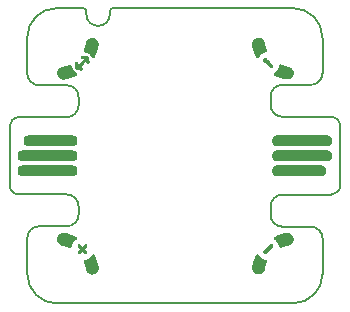
<source format=gto>
%TF.GenerationSoftware,KiCad,Pcbnew,8.0.2-1*%
%TF.CreationDate,2024-12-23T22:17:00+00:00*%
%TF.ProjectId,20x20-jacdac-MH-0.1,32307832-302d-46a6-9163-6461632d4d48,v0.1*%
%TF.SameCoordinates,PX8d24d00PY36d6160*%
%TF.FileFunction,Legend,Top*%
%TF.FilePolarity,Positive*%
%FSLAX46Y46*%
G04 Gerber Fmt 4.6, Leading zero omitted, Abs format (unit mm)*
G04 Created by KiCad (PCBNEW 8.0.2-1) date 2024-12-23 22:17:00*
%MOMM*%
%LPD*%
G01*
G04 APERTURE LIST*
%ADD10C,0.200000*%
%ADD11C,0.000000*%
%ADD12C,0.010000*%
G04 APERTURE END LIST*
D10*
X-7500000Y12250000D02*
X-7500000Y12000000D01*
X-8150000Y4270000D02*
X-8150000Y4970000D01*
X-14000000Y2470001D02*
X-14000000Y-2470000D01*
X9098000Y3300000D02*
G75*
G02*
X8100004Y4300001I-1000J997000D01*
G01*
X-10000000Y-12500000D02*
G75*
G02*
X-12500000Y-10000000I-800J2499200D01*
G01*
X-7750000Y12500000D02*
G75*
G02*
X-7500000Y12250000I800J-249200D01*
G01*
X12500000Y7000000D02*
X12500000Y10000000D01*
X10000000Y12500000D02*
X-5250000Y12500000D01*
X11500000Y-6000000D02*
X9100000Y-6000000D01*
X13200000Y3300000D02*
G75*
G02*
X14000000Y2500000I1100J-798900D01*
G01*
X-9148000Y-5969999D02*
X-11500000Y-5969999D01*
X-13200000Y-3269999D02*
G75*
G02*
X-13999999Y-2470000I-1100J798899D01*
G01*
X-12500000Y-6969999D02*
G75*
G02*
X-11500000Y-5970000I1000400J-401D01*
G01*
X-11500000Y5970000D02*
X-9148000Y5970000D01*
X11500000Y-6000000D02*
G75*
G02*
X12500000Y-7000000I-400J-1000400D01*
G01*
X-7750000Y12500000D02*
X-10000000Y12500000D01*
X-12500000Y10000000D02*
G75*
G02*
X-10000000Y12500000I2499200J800D01*
G01*
X-11500000Y5970000D02*
G75*
G02*
X-12500000Y6970000I400J1000400D01*
G01*
X-5500000Y12000000D02*
X-5500000Y12250000D01*
X-14000000Y2470001D02*
G75*
G02*
X-13200000Y3270000I798900J1099D01*
G01*
X14000000Y-2500000D02*
X14000000Y2500000D01*
X-9148000Y5970000D02*
G75*
G02*
X-8150004Y4970000I1000J-997000D01*
G01*
X-8150000Y4270000D02*
G75*
G02*
X-9148000Y3270003I-1000400J400D01*
G01*
X8100000Y5000000D02*
G75*
G02*
X9100000Y6000000I1000400J-400D01*
G01*
X13200000Y3300000D02*
X9098000Y3300000D01*
X-5500000Y12250000D02*
G75*
G02*
X-5250000Y12500000I249200J800D01*
G01*
X-12500000Y-6969999D02*
X-12500000Y-10000000D01*
X9100000Y-3299999D02*
X13200000Y-3299999D01*
X9100000Y-6000000D02*
G75*
G02*
X8100000Y-5000000I400J1000400D01*
G01*
X12500000Y7000000D02*
G75*
G02*
X11500000Y6000000I-1000400J400D01*
G01*
X-13200000Y-3269999D02*
X-9150000Y-3269999D01*
X-5500000Y12000000D02*
G75*
G02*
X-7500000Y12000000I-1000000J0D01*
G01*
X10000000Y12500000D02*
G75*
G02*
X12500000Y10000000I800J-2499200D01*
G01*
X-8148000Y-4969999D02*
G75*
G02*
X-9148000Y-5970000I-1000400J399D01*
G01*
X-12500000Y10000000D02*
X-12500000Y6970000D01*
X-9150000Y-3269999D02*
G75*
G02*
X-8149999Y-4269999I-400J-1000401D01*
G01*
X12500000Y-10000000D02*
X12500000Y-7000000D01*
X9100000Y6000000D02*
X11500000Y6000000D01*
X8100000Y-4300000D02*
X8100000Y-5000000D01*
X-10000000Y-12500000D02*
X10000000Y-12500000D01*
X-9148000Y3270000D02*
X-13200000Y3270000D01*
X12500000Y-10000000D02*
G75*
G02*
X10000000Y-12500000I-2499200J-800D01*
G01*
X8100000Y5000000D02*
X8100000Y4300001D01*
X8100000Y-4300000D02*
G75*
G02*
X9100000Y-3300000I998700J1300D01*
G01*
X-8148000Y-4969999D02*
X-8150000Y-4269999D01*
X14000000Y-2500000D02*
G75*
G02*
X13200000Y-3300000I-798900J-1100D01*
G01*
D11*
%TO.C,*%
G36*
X12554596Y-834554D02*
G01*
X12658135Y-885171D01*
X12739628Y-966664D01*
X12790245Y-1070203D01*
X12804800Y-1170099D01*
X12804800Y-1369899D01*
X12790245Y-1469795D01*
X12739628Y-1573334D01*
X12658135Y-1654827D01*
X12554596Y-1705444D01*
X12454700Y-1719999D01*
X8604900Y-1719999D01*
X8505004Y-1705444D01*
X8401465Y-1654827D01*
X8319972Y-1573334D01*
X8269355Y-1469795D01*
X8254800Y-1369899D01*
X8254800Y-1170099D01*
X8269355Y-1070203D01*
X8319972Y-966664D01*
X8401465Y-885171D01*
X8505004Y-834554D01*
X8604900Y-819999D01*
X12454700Y-819999D01*
X12554596Y-834554D01*
G37*
G36*
X13054596Y1705446D02*
G01*
X13158135Y1654829D01*
X13239628Y1573336D01*
X13290245Y1469797D01*
X13304800Y1369901D01*
X13304800Y1170101D01*
X13290245Y1070205D01*
X13239628Y966666D01*
X13158135Y885173D01*
X13054596Y834556D01*
X12954700Y820001D01*
X8604900Y820001D01*
X8505004Y834556D01*
X8401465Y885173D01*
X8319972Y966666D01*
X8269355Y1070205D01*
X8254800Y1170101D01*
X8254800Y1369901D01*
X8269355Y1469797D01*
X8319972Y1573336D01*
X8401465Y1654829D01*
X8505004Y1705446D01*
X8604900Y1720001D01*
X12954700Y1720001D01*
X13054596Y1705446D01*
G37*
G36*
X13054596Y435446D02*
G01*
X13158135Y384829D01*
X13239628Y303336D01*
X13290245Y199797D01*
X13304800Y99901D01*
X13304800Y-99899D01*
X13290245Y-199795D01*
X13239628Y-303334D01*
X13158135Y-384827D01*
X13054596Y-435444D01*
X12954700Y-449999D01*
X8604900Y-449999D01*
X8505004Y-435444D01*
X8401465Y-384827D01*
X8319972Y-303334D01*
X8269355Y-199795D01*
X8254800Y-99899D01*
X8254800Y99901D01*
X8269355Y199797D01*
X8319972Y303336D01*
X8401465Y384829D01*
X8505004Y435446D01*
X8604900Y450001D01*
X12954700Y450001D01*
X13054596Y435446D01*
G37*
D12*
%TO.C,MH3*%
X-6929306Y-8363938D02*
X-6912572Y-8370271D01*
X-6896947Y-8381708D01*
X-6881722Y-8398907D01*
X-6866187Y-8422529D01*
X-6849636Y-8453232D01*
X-6849479Y-8453543D01*
X-6792082Y-8575132D01*
X-6738655Y-8702780D01*
X-6689536Y-8835490D01*
X-6645062Y-8972266D01*
X-6605571Y-9112110D01*
X-6571399Y-9254024D01*
X-6558986Y-9312664D01*
X-6548179Y-9372141D01*
X-6541266Y-9425275D01*
X-6538209Y-9472617D01*
X-6538970Y-9514720D01*
X-6542840Y-9548307D01*
X-6557333Y-9611742D01*
X-6578709Y-9671524D01*
X-6606730Y-9727302D01*
X-6641155Y-9778728D01*
X-6681746Y-9825450D01*
X-6728263Y-9867118D01*
X-6780468Y-9903383D01*
X-6788778Y-9908337D01*
X-6841493Y-9934632D01*
X-6897725Y-9954342D01*
X-6956407Y-9967361D01*
X-7016470Y-9973582D01*
X-7076844Y-9972898D01*
X-7136462Y-9965203D01*
X-7194256Y-9950391D01*
X-7198073Y-9949129D01*
X-7254131Y-9926215D01*
X-7307081Y-9896415D01*
X-7356236Y-9860400D01*
X-7400910Y-9818837D01*
X-7440417Y-9772394D01*
X-7474070Y-9721741D01*
X-7501183Y-9667545D01*
X-7509857Y-9645536D01*
X-7514407Y-9631247D01*
X-7519938Y-9611025D01*
X-7525985Y-9586741D01*
X-7532082Y-9560265D01*
X-7537763Y-9533471D01*
X-7537851Y-9533032D01*
X-7559478Y-9433303D01*
X-7583069Y-9339535D01*
X-7609185Y-9249880D01*
X-7638386Y-9162485D01*
X-7671232Y-9075502D01*
X-7690784Y-9027805D01*
X-7704464Y-8993297D01*
X-7713840Y-8964465D01*
X-7718965Y-8940348D01*
X-7719893Y-8919990D01*
X-7716678Y-8902431D01*
X-7709373Y-8886711D01*
X-7699422Y-8873431D01*
X-7690472Y-8864166D01*
X-7680762Y-8856500D01*
X-7668906Y-8849764D01*
X-7653514Y-8843288D01*
X-7633201Y-8836401D01*
X-7606578Y-8828434D01*
X-7605692Y-8828178D01*
X-7548901Y-8810494D01*
X-7497170Y-8791449D01*
X-7447627Y-8769922D01*
X-7414566Y-8753728D01*
X-7339432Y-8710990D01*
X-7267854Y-8661466D01*
X-7200558Y-8605786D01*
X-7138273Y-8544582D01*
X-7081726Y-8478485D01*
X-7053964Y-8441164D01*
X-7032031Y-8412366D01*
X-7011697Y-8390615D01*
X-6992236Y-8375370D01*
X-6972919Y-8366090D01*
X-6953022Y-8362231D01*
X-6947857Y-8362050D01*
X-6929306Y-8363938D01*
G36*
X-6929306Y-8363938D02*
G01*
X-6912572Y-8370271D01*
X-6896947Y-8381708D01*
X-6881722Y-8398907D01*
X-6866187Y-8422529D01*
X-6849636Y-8453232D01*
X-6849479Y-8453543D01*
X-6792082Y-8575132D01*
X-6738655Y-8702780D01*
X-6689536Y-8835490D01*
X-6645062Y-8972266D01*
X-6605571Y-9112110D01*
X-6571399Y-9254024D01*
X-6558986Y-9312664D01*
X-6548179Y-9372141D01*
X-6541266Y-9425275D01*
X-6538209Y-9472617D01*
X-6538970Y-9514720D01*
X-6542840Y-9548307D01*
X-6557333Y-9611742D01*
X-6578709Y-9671524D01*
X-6606730Y-9727302D01*
X-6641155Y-9778728D01*
X-6681746Y-9825450D01*
X-6728263Y-9867118D01*
X-6780468Y-9903383D01*
X-6788778Y-9908337D01*
X-6841493Y-9934632D01*
X-6897725Y-9954342D01*
X-6956407Y-9967361D01*
X-7016470Y-9973582D01*
X-7076844Y-9972898D01*
X-7136462Y-9965203D01*
X-7194256Y-9950391D01*
X-7198073Y-9949129D01*
X-7254131Y-9926215D01*
X-7307081Y-9896415D01*
X-7356236Y-9860400D01*
X-7400910Y-9818837D01*
X-7440417Y-9772394D01*
X-7474070Y-9721741D01*
X-7501183Y-9667545D01*
X-7509857Y-9645536D01*
X-7514407Y-9631247D01*
X-7519938Y-9611025D01*
X-7525985Y-9586741D01*
X-7532082Y-9560265D01*
X-7537763Y-9533471D01*
X-7537851Y-9533032D01*
X-7559478Y-9433303D01*
X-7583069Y-9339535D01*
X-7609185Y-9249880D01*
X-7638386Y-9162485D01*
X-7671232Y-9075502D01*
X-7690784Y-9027805D01*
X-7704464Y-8993297D01*
X-7713840Y-8964465D01*
X-7718965Y-8940348D01*
X-7719893Y-8919990D01*
X-7716678Y-8902431D01*
X-7709373Y-8886711D01*
X-7699422Y-8873431D01*
X-7690472Y-8864166D01*
X-7680762Y-8856500D01*
X-7668906Y-8849764D01*
X-7653514Y-8843288D01*
X-7633201Y-8836401D01*
X-7606578Y-8828434D01*
X-7605692Y-8828178D01*
X-7548901Y-8810494D01*
X-7497170Y-8791449D01*
X-7447627Y-8769922D01*
X-7414566Y-8753728D01*
X-7339432Y-8710990D01*
X-7267854Y-8661466D01*
X-7200558Y-8605786D01*
X-7138273Y-8544582D01*
X-7081726Y-8478485D01*
X-7053964Y-8441164D01*
X-7032031Y-8412366D01*
X-7011697Y-8390615D01*
X-6992236Y-8375370D01*
X-6972919Y-8366090D01*
X-6953022Y-8362231D01*
X-6947857Y-8362050D01*
X-6929306Y-8363938D01*
G37*
X-9470182Y-6540337D02*
X-9448497Y-6540714D01*
X-9427534Y-6541718D01*
X-9406291Y-6543511D01*
X-9383763Y-6546254D01*
X-9358946Y-6550109D01*
X-9330836Y-6555238D01*
X-9298429Y-6561801D01*
X-9260722Y-6569961D01*
X-9216709Y-6579880D01*
X-9198323Y-6584098D01*
X-9084910Y-6612611D01*
X-8968731Y-6646406D01*
X-8851643Y-6684817D01*
X-8735502Y-6727177D01*
X-8622165Y-6772819D01*
X-8513489Y-6821078D01*
X-8442320Y-6855488D01*
X-8414793Y-6869973D01*
X-8393762Y-6882767D01*
X-8378190Y-6894681D01*
X-8367038Y-6906523D01*
X-8359269Y-6919103D01*
X-8358396Y-6920960D01*
X-8352421Y-6938994D01*
X-8352473Y-6955818D01*
X-8356428Y-6970059D01*
X-8367282Y-6989771D01*
X-8385603Y-7010018D01*
X-8410983Y-7030363D01*
X-8415769Y-7033664D01*
X-8489001Y-7087738D01*
X-8556469Y-7146942D01*
X-8617931Y-7210983D01*
X-8673147Y-7279569D01*
X-8721873Y-7352405D01*
X-8763868Y-7429201D01*
X-8789376Y-7485751D01*
X-8801721Y-7516942D01*
X-8812941Y-7548335D01*
X-8823691Y-7581956D01*
X-8834628Y-7619833D01*
X-8843484Y-7652771D01*
X-8848796Y-7671014D01*
X-8854211Y-7684062D01*
X-8861050Y-7694563D01*
X-8868503Y-7702984D01*
X-8884066Y-7716423D01*
X-8900453Y-7724502D01*
X-8918764Y-7727265D01*
X-8940096Y-7724757D01*
X-8965548Y-7717022D01*
X-8987979Y-7707827D01*
X-9108498Y-7658383D01*
X-9232787Y-7615101D01*
X-9361429Y-7577801D01*
X-9495006Y-7546301D01*
X-9525687Y-7540017D01*
X-9560370Y-7532916D01*
X-9588751Y-7526604D01*
X-9612370Y-7520632D01*
X-9632764Y-7514555D01*
X-9651473Y-7507926D01*
X-9670035Y-7500296D01*
X-9683873Y-7494072D01*
X-9736854Y-7465333D01*
X-9785921Y-7430188D01*
X-9830505Y-7389366D01*
X-9870033Y-7343595D01*
X-9903934Y-7293603D01*
X-9931637Y-7240119D01*
X-9952571Y-7183872D01*
X-9964218Y-7136552D01*
X-9972342Y-7073793D01*
X-9972879Y-7012164D01*
X-9966155Y-6952149D01*
X-9952496Y-6894233D01*
X-9932226Y-6838904D01*
X-9905671Y-6786645D01*
X-9873155Y-6737942D01*
X-9835005Y-6693281D01*
X-9791545Y-6653146D01*
X-9743100Y-6618025D01*
X-9689996Y-6588401D01*
X-9632558Y-6564760D01*
X-9571111Y-6547588D01*
X-9569401Y-6547219D01*
X-9551719Y-6544037D01*
X-9532477Y-6541913D01*
X-9509778Y-6540716D01*
X-9481730Y-6540314D01*
X-9470182Y-6540337D01*
G36*
X-9470182Y-6540337D02*
G01*
X-9448497Y-6540714D01*
X-9427534Y-6541718D01*
X-9406291Y-6543511D01*
X-9383763Y-6546254D01*
X-9358946Y-6550109D01*
X-9330836Y-6555238D01*
X-9298429Y-6561801D01*
X-9260722Y-6569961D01*
X-9216709Y-6579880D01*
X-9198323Y-6584098D01*
X-9084910Y-6612611D01*
X-8968731Y-6646406D01*
X-8851643Y-6684817D01*
X-8735502Y-6727177D01*
X-8622165Y-6772819D01*
X-8513489Y-6821078D01*
X-8442320Y-6855488D01*
X-8414793Y-6869973D01*
X-8393762Y-6882767D01*
X-8378190Y-6894681D01*
X-8367038Y-6906523D01*
X-8359269Y-6919103D01*
X-8358396Y-6920960D01*
X-8352421Y-6938994D01*
X-8352473Y-6955818D01*
X-8356428Y-6970059D01*
X-8367282Y-6989771D01*
X-8385603Y-7010018D01*
X-8410983Y-7030363D01*
X-8415769Y-7033664D01*
X-8489001Y-7087738D01*
X-8556469Y-7146942D01*
X-8617931Y-7210983D01*
X-8673147Y-7279569D01*
X-8721873Y-7352405D01*
X-8763868Y-7429201D01*
X-8789376Y-7485751D01*
X-8801721Y-7516942D01*
X-8812941Y-7548335D01*
X-8823691Y-7581956D01*
X-8834628Y-7619833D01*
X-8843484Y-7652771D01*
X-8848796Y-7671014D01*
X-8854211Y-7684062D01*
X-8861050Y-7694563D01*
X-8868503Y-7702984D01*
X-8884066Y-7716423D01*
X-8900453Y-7724502D01*
X-8918764Y-7727265D01*
X-8940096Y-7724757D01*
X-8965548Y-7717022D01*
X-8987979Y-7707827D01*
X-9108498Y-7658383D01*
X-9232787Y-7615101D01*
X-9361429Y-7577801D01*
X-9495006Y-7546301D01*
X-9525687Y-7540017D01*
X-9560370Y-7532916D01*
X-9588751Y-7526604D01*
X-9612370Y-7520632D01*
X-9632764Y-7514555D01*
X-9651473Y-7507926D01*
X-9670035Y-7500296D01*
X-9683873Y-7494072D01*
X-9736854Y-7465333D01*
X-9785921Y-7430188D01*
X-9830505Y-7389366D01*
X-9870033Y-7343595D01*
X-9903934Y-7293603D01*
X-9931637Y-7240119D01*
X-9952571Y-7183872D01*
X-9964218Y-7136552D01*
X-9972342Y-7073793D01*
X-9972879Y-7012164D01*
X-9966155Y-6952149D01*
X-9952496Y-6894233D01*
X-9932226Y-6838904D01*
X-9905671Y-6786645D01*
X-9873155Y-6737942D01*
X-9835005Y-6693281D01*
X-9791545Y-6653146D01*
X-9743100Y-6618025D01*
X-9689996Y-6588401D01*
X-9632558Y-6564760D01*
X-9571111Y-6547588D01*
X-9569401Y-6547219D01*
X-9551719Y-6544037D01*
X-9532477Y-6541913D01*
X-9509778Y-6540716D01*
X-9481730Y-6540314D01*
X-9470182Y-6540337D01*
G37*
X-8114506Y-7497744D02*
X-8104489Y-7500501D01*
X-8098602Y-7502693D01*
X-8092612Y-7505668D01*
X-8085887Y-7509983D01*
X-8077796Y-7516197D01*
X-8067706Y-7524868D01*
X-8054986Y-7536554D01*
X-8039003Y-7551814D01*
X-8019125Y-7571204D01*
X-7994721Y-7595283D01*
X-7974957Y-7614880D01*
X-7866811Y-7722233D01*
X-7760645Y-7617032D01*
X-7732077Y-7588945D01*
X-7706322Y-7564069D01*
X-7683875Y-7542858D01*
X-7665228Y-7525771D01*
X-7650876Y-7513264D01*
X-7641313Y-7505793D01*
X-7638604Y-7504147D01*
X-7620453Y-7498507D01*
X-7598447Y-7496247D01*
X-7575738Y-7497328D01*
X-7555479Y-7501711D01*
X-7546947Y-7505289D01*
X-7527717Y-7518943D01*
X-7510939Y-7537314D01*
X-7499689Y-7556627D01*
X-7495621Y-7572497D01*
X-7493995Y-7592489D01*
X-7494804Y-7613173D01*
X-7498038Y-7631121D01*
X-7499893Y-7636489D01*
X-7504805Y-7644005D01*
X-7515448Y-7656814D01*
X-7531730Y-7674815D01*
X-7553556Y-7697908D01*
X-7580835Y-7725992D01*
X-7613473Y-7758967D01*
X-7613864Y-7759359D01*
X-7721687Y-7867473D01*
X-7615858Y-7973774D01*
X-7584916Y-8005038D01*
X-7559409Y-8031231D01*
X-7538995Y-8052725D01*
X-7523333Y-8069893D01*
X-7512080Y-8083107D01*
X-7504896Y-8092739D01*
X-7501973Y-8097831D01*
X-7494904Y-8122144D01*
X-7493808Y-8148731D01*
X-7498620Y-8174713D01*
X-7504024Y-8188237D01*
X-7519679Y-8211452D01*
X-7540303Y-8228674D01*
X-7562926Y-8238733D01*
X-7580623Y-8243114D01*
X-7595638Y-8244148D01*
X-7611644Y-8241809D01*
X-7624985Y-8238271D01*
X-7630727Y-8236399D01*
X-7636361Y-8233923D01*
X-7642513Y-8230295D01*
X-7649807Y-8224964D01*
X-7658867Y-8217380D01*
X-7670317Y-8206995D01*
X-7684782Y-8193256D01*
X-7702886Y-8175616D01*
X-7725253Y-8153524D01*
X-7752507Y-8126430D01*
X-7756674Y-8122280D01*
X-7866807Y-8012589D01*
X-7976940Y-8122280D01*
X-8004916Y-8150105D01*
X-8027918Y-8172853D01*
X-8046571Y-8191073D01*
X-8061500Y-8205316D01*
X-8073328Y-8216130D01*
X-8082679Y-8224066D01*
X-8090179Y-8229675D01*
X-8096451Y-8233505D01*
X-8102120Y-8236106D01*
X-8107810Y-8238029D01*
X-8108629Y-8238271D01*
X-8127410Y-8242924D01*
X-8142701Y-8244183D01*
X-8158173Y-8242078D01*
X-8170688Y-8238733D01*
X-8195345Y-8227492D01*
X-8215225Y-8210402D01*
X-8229656Y-8188407D01*
X-8237966Y-8162452D01*
X-8239782Y-8141598D01*
X-8239548Y-8130444D01*
X-8238597Y-8120482D01*
X-8236433Y-8111030D01*
X-8232561Y-8101407D01*
X-8226487Y-8090932D01*
X-8217714Y-8078924D01*
X-8205748Y-8064703D01*
X-8190094Y-8047586D01*
X-8170256Y-8026895D01*
X-8145740Y-8001946D01*
X-8117756Y-7973774D01*
X-8011927Y-7867473D01*
X-8119589Y-7759359D01*
X-8151989Y-7726607D01*
X-8178747Y-7699078D01*
X-8200033Y-7676590D01*
X-8216016Y-7658958D01*
X-8226867Y-7646000D01*
X-8232753Y-7637530D01*
X-8233560Y-7635877D01*
X-8239427Y-7611956D01*
X-8239209Y-7585914D01*
X-8233352Y-7560140D01*
X-8222301Y-7537024D01*
X-8212846Y-7524873D01*
X-8192656Y-7509080D01*
X-8168362Y-7499030D01*
X-8141724Y-7495120D01*
X-8114506Y-7497744D01*
G36*
X-8114506Y-7497744D02*
G01*
X-8104489Y-7500501D01*
X-8098602Y-7502693D01*
X-8092612Y-7505668D01*
X-8085887Y-7509983D01*
X-8077796Y-7516197D01*
X-8067706Y-7524868D01*
X-8054986Y-7536554D01*
X-8039003Y-7551814D01*
X-8019125Y-7571204D01*
X-7994721Y-7595283D01*
X-7974957Y-7614880D01*
X-7866811Y-7722233D01*
X-7760645Y-7617032D01*
X-7732077Y-7588945D01*
X-7706322Y-7564069D01*
X-7683875Y-7542858D01*
X-7665228Y-7525771D01*
X-7650876Y-7513264D01*
X-7641313Y-7505793D01*
X-7638604Y-7504147D01*
X-7620453Y-7498507D01*
X-7598447Y-7496247D01*
X-7575738Y-7497328D01*
X-7555479Y-7501711D01*
X-7546947Y-7505289D01*
X-7527717Y-7518943D01*
X-7510939Y-7537314D01*
X-7499689Y-7556627D01*
X-7495621Y-7572497D01*
X-7493995Y-7592489D01*
X-7494804Y-7613173D01*
X-7498038Y-7631121D01*
X-7499893Y-7636489D01*
X-7504805Y-7644005D01*
X-7515448Y-7656814D01*
X-7531730Y-7674815D01*
X-7553556Y-7697908D01*
X-7580835Y-7725992D01*
X-7613473Y-7758967D01*
X-7613864Y-7759359D01*
X-7721687Y-7867473D01*
X-7615858Y-7973774D01*
X-7584916Y-8005038D01*
X-7559409Y-8031231D01*
X-7538995Y-8052725D01*
X-7523333Y-8069893D01*
X-7512080Y-8083107D01*
X-7504896Y-8092739D01*
X-7501973Y-8097831D01*
X-7494904Y-8122144D01*
X-7493808Y-8148731D01*
X-7498620Y-8174713D01*
X-7504024Y-8188237D01*
X-7519679Y-8211452D01*
X-7540303Y-8228674D01*
X-7562926Y-8238733D01*
X-7580623Y-8243114D01*
X-7595638Y-8244148D01*
X-7611644Y-8241809D01*
X-7624985Y-8238271D01*
X-7630727Y-8236399D01*
X-7636361Y-8233923D01*
X-7642513Y-8230295D01*
X-7649807Y-8224964D01*
X-7658867Y-8217380D01*
X-7670317Y-8206995D01*
X-7684782Y-8193256D01*
X-7702886Y-8175616D01*
X-7725253Y-8153524D01*
X-7752507Y-8126430D01*
X-7756674Y-8122280D01*
X-7866807Y-8012589D01*
X-7976940Y-8122280D01*
X-8004916Y-8150105D01*
X-8027918Y-8172853D01*
X-8046571Y-8191073D01*
X-8061500Y-8205316D01*
X-8073328Y-8216130D01*
X-8082679Y-8224066D01*
X-8090179Y-8229675D01*
X-8096451Y-8233505D01*
X-8102120Y-8236106D01*
X-8107810Y-8238029D01*
X-8108629Y-8238271D01*
X-8127410Y-8242924D01*
X-8142701Y-8244183D01*
X-8158173Y-8242078D01*
X-8170688Y-8238733D01*
X-8195345Y-8227492D01*
X-8215225Y-8210402D01*
X-8229656Y-8188407D01*
X-8237966Y-8162452D01*
X-8239782Y-8141598D01*
X-8239548Y-8130444D01*
X-8238597Y-8120482D01*
X-8236433Y-8111030D01*
X-8232561Y-8101407D01*
X-8226487Y-8090932D01*
X-8217714Y-8078924D01*
X-8205748Y-8064703D01*
X-8190094Y-8047586D01*
X-8170256Y-8026895D01*
X-8145740Y-8001946D01*
X-8117756Y-7973774D01*
X-8011927Y-7867473D01*
X-8119589Y-7759359D01*
X-8151989Y-7726607D01*
X-8178747Y-7699078D01*
X-8200033Y-7676590D01*
X-8216016Y-7658958D01*
X-8226867Y-7646000D01*
X-8232753Y-7637530D01*
X-8233560Y-7635877D01*
X-8239427Y-7611956D01*
X-8239209Y-7585914D01*
X-8233352Y-7560140D01*
X-8222301Y-7537024D01*
X-8212846Y-7524873D01*
X-8192656Y-7509080D01*
X-8168362Y-7499030D01*
X-8141724Y-7495120D01*
X-8114506Y-7497744D01*
G37*
%TO.C,MH4*%
X9511949Y-6535485D02*
X9545536Y-6539355D01*
X9608971Y-6553848D01*
X9668753Y-6575224D01*
X9724531Y-6603245D01*
X9775957Y-6637670D01*
X9822679Y-6678261D01*
X9864347Y-6724778D01*
X9900612Y-6776983D01*
X9905566Y-6785293D01*
X9931861Y-6838008D01*
X9951571Y-6894240D01*
X9964590Y-6952922D01*
X9970811Y-7012985D01*
X9970127Y-7073359D01*
X9962432Y-7132977D01*
X9947620Y-7190771D01*
X9946358Y-7194588D01*
X9923444Y-7250646D01*
X9893644Y-7303596D01*
X9857629Y-7352751D01*
X9816066Y-7397425D01*
X9769623Y-7436932D01*
X9718970Y-7470585D01*
X9664774Y-7497698D01*
X9642765Y-7506372D01*
X9628476Y-7510922D01*
X9608254Y-7516453D01*
X9583970Y-7522500D01*
X9557494Y-7528597D01*
X9530700Y-7534278D01*
X9530261Y-7534366D01*
X9430532Y-7555993D01*
X9336764Y-7579584D01*
X9247109Y-7605700D01*
X9159714Y-7634901D01*
X9072731Y-7667747D01*
X9025034Y-7687299D01*
X8990526Y-7700979D01*
X8961694Y-7710355D01*
X8937577Y-7715480D01*
X8917219Y-7716408D01*
X8899660Y-7713193D01*
X8883940Y-7705888D01*
X8870660Y-7695937D01*
X8861395Y-7686987D01*
X8853729Y-7677277D01*
X8846993Y-7665421D01*
X8840517Y-7650029D01*
X8833630Y-7629716D01*
X8825663Y-7603093D01*
X8825407Y-7602207D01*
X8807723Y-7545416D01*
X8788678Y-7493685D01*
X8767151Y-7444142D01*
X8750957Y-7411081D01*
X8708219Y-7335947D01*
X8658695Y-7264369D01*
X8603015Y-7197073D01*
X8541811Y-7134788D01*
X8475714Y-7078241D01*
X8438393Y-7050479D01*
X8409595Y-7028546D01*
X8387844Y-7008212D01*
X8372599Y-6988751D01*
X8363319Y-6969434D01*
X8359460Y-6949537D01*
X8359279Y-6944372D01*
X8361167Y-6925821D01*
X8367500Y-6909087D01*
X8378937Y-6893462D01*
X8396136Y-6878237D01*
X8419758Y-6862702D01*
X8450461Y-6846151D01*
X8450772Y-6845994D01*
X8572361Y-6788597D01*
X8700009Y-6735170D01*
X8832719Y-6686051D01*
X8969495Y-6641577D01*
X9109339Y-6602086D01*
X9251253Y-6567914D01*
X9309893Y-6555501D01*
X9369370Y-6544694D01*
X9422504Y-6537781D01*
X9469846Y-6534724D01*
X9511949Y-6535485D01*
G36*
X9511949Y-6535485D02*
G01*
X9545536Y-6539355D01*
X9608971Y-6553848D01*
X9668753Y-6575224D01*
X9724531Y-6603245D01*
X9775957Y-6637670D01*
X9822679Y-6678261D01*
X9864347Y-6724778D01*
X9900612Y-6776983D01*
X9905566Y-6785293D01*
X9931861Y-6838008D01*
X9951571Y-6894240D01*
X9964590Y-6952922D01*
X9970811Y-7012985D01*
X9970127Y-7073359D01*
X9962432Y-7132977D01*
X9947620Y-7190771D01*
X9946358Y-7194588D01*
X9923444Y-7250646D01*
X9893644Y-7303596D01*
X9857629Y-7352751D01*
X9816066Y-7397425D01*
X9769623Y-7436932D01*
X9718970Y-7470585D01*
X9664774Y-7497698D01*
X9642765Y-7506372D01*
X9628476Y-7510922D01*
X9608254Y-7516453D01*
X9583970Y-7522500D01*
X9557494Y-7528597D01*
X9530700Y-7534278D01*
X9530261Y-7534366D01*
X9430532Y-7555993D01*
X9336764Y-7579584D01*
X9247109Y-7605700D01*
X9159714Y-7634901D01*
X9072731Y-7667747D01*
X9025034Y-7687299D01*
X8990526Y-7700979D01*
X8961694Y-7710355D01*
X8937577Y-7715480D01*
X8917219Y-7716408D01*
X8899660Y-7713193D01*
X8883940Y-7705888D01*
X8870660Y-7695937D01*
X8861395Y-7686987D01*
X8853729Y-7677277D01*
X8846993Y-7665421D01*
X8840517Y-7650029D01*
X8833630Y-7629716D01*
X8825663Y-7603093D01*
X8825407Y-7602207D01*
X8807723Y-7545416D01*
X8788678Y-7493685D01*
X8767151Y-7444142D01*
X8750957Y-7411081D01*
X8708219Y-7335947D01*
X8658695Y-7264369D01*
X8603015Y-7197073D01*
X8541811Y-7134788D01*
X8475714Y-7078241D01*
X8438393Y-7050479D01*
X8409595Y-7028546D01*
X8387844Y-7008212D01*
X8372599Y-6988751D01*
X8363319Y-6969434D01*
X8359460Y-6949537D01*
X8359279Y-6944372D01*
X8361167Y-6925821D01*
X8367500Y-6909087D01*
X8378937Y-6893462D01*
X8396136Y-6878237D01*
X8419758Y-6862702D01*
X8450461Y-6846151D01*
X8450772Y-6845994D01*
X8572361Y-6788597D01*
X8700009Y-6735170D01*
X8832719Y-6686051D01*
X8969495Y-6641577D01*
X9109339Y-6602086D01*
X9251253Y-6567914D01*
X9309893Y-6555501D01*
X9369370Y-6544694D01*
X9422504Y-6537781D01*
X9469846Y-6534724D01*
X9511949Y-6535485D01*
G37*
X6953047Y-8348988D02*
X6967288Y-8352943D01*
X6987000Y-8363797D01*
X7007247Y-8382118D01*
X7027592Y-8407498D01*
X7030893Y-8412284D01*
X7084967Y-8485516D01*
X7144171Y-8552984D01*
X7208212Y-8614446D01*
X7276798Y-8669662D01*
X7349634Y-8718388D01*
X7426430Y-8760383D01*
X7482980Y-8785891D01*
X7514171Y-8798236D01*
X7545564Y-8809456D01*
X7579185Y-8820206D01*
X7617062Y-8831143D01*
X7650000Y-8839999D01*
X7668243Y-8845311D01*
X7681291Y-8850726D01*
X7691792Y-8857565D01*
X7700213Y-8865018D01*
X7713652Y-8880581D01*
X7721731Y-8896968D01*
X7724494Y-8915279D01*
X7721986Y-8936611D01*
X7714251Y-8962063D01*
X7705056Y-8984494D01*
X7655612Y-9105013D01*
X7612330Y-9229302D01*
X7575030Y-9357944D01*
X7543530Y-9491521D01*
X7537246Y-9522202D01*
X7530145Y-9556885D01*
X7523833Y-9585266D01*
X7517861Y-9608885D01*
X7511784Y-9629279D01*
X7505155Y-9647988D01*
X7497525Y-9666550D01*
X7491301Y-9680388D01*
X7462562Y-9733369D01*
X7427417Y-9782436D01*
X7386595Y-9827020D01*
X7340824Y-9866548D01*
X7290832Y-9900449D01*
X7237348Y-9928152D01*
X7181101Y-9949086D01*
X7133781Y-9960733D01*
X7071022Y-9968857D01*
X7009393Y-9969394D01*
X6949378Y-9962670D01*
X6891462Y-9949011D01*
X6836133Y-9928741D01*
X6783874Y-9902186D01*
X6735171Y-9869670D01*
X6690510Y-9831520D01*
X6650375Y-9788060D01*
X6615254Y-9739615D01*
X6585630Y-9686511D01*
X6561989Y-9629073D01*
X6544817Y-9567626D01*
X6544448Y-9565916D01*
X6541266Y-9548234D01*
X6539142Y-9528992D01*
X6537945Y-9506293D01*
X6537543Y-9478245D01*
X6537566Y-9466697D01*
X6537943Y-9445012D01*
X6538947Y-9424049D01*
X6540740Y-9402806D01*
X6543483Y-9380278D01*
X6547338Y-9355461D01*
X6552467Y-9327351D01*
X6559030Y-9294944D01*
X6567190Y-9257237D01*
X6577109Y-9213224D01*
X6581327Y-9194838D01*
X6609840Y-9081425D01*
X6643635Y-8965246D01*
X6682046Y-8848158D01*
X6724406Y-8732017D01*
X6770048Y-8618680D01*
X6818307Y-8510004D01*
X6852717Y-8438835D01*
X6867202Y-8411308D01*
X6879996Y-8390277D01*
X6891910Y-8374705D01*
X6903752Y-8363553D01*
X6916332Y-8355784D01*
X6918189Y-8354911D01*
X6936223Y-8348936D01*
X6953047Y-8348988D01*
G36*
X6953047Y-8348988D02*
G01*
X6967288Y-8352943D01*
X6987000Y-8363797D01*
X7007247Y-8382118D01*
X7027592Y-8407498D01*
X7030893Y-8412284D01*
X7084967Y-8485516D01*
X7144171Y-8552984D01*
X7208212Y-8614446D01*
X7276798Y-8669662D01*
X7349634Y-8718388D01*
X7426430Y-8760383D01*
X7482980Y-8785891D01*
X7514171Y-8798236D01*
X7545564Y-8809456D01*
X7579185Y-8820206D01*
X7617062Y-8831143D01*
X7650000Y-8839999D01*
X7668243Y-8845311D01*
X7681291Y-8850726D01*
X7691792Y-8857565D01*
X7700213Y-8865018D01*
X7713652Y-8880581D01*
X7721731Y-8896968D01*
X7724494Y-8915279D01*
X7721986Y-8936611D01*
X7714251Y-8962063D01*
X7705056Y-8984494D01*
X7655612Y-9105013D01*
X7612330Y-9229302D01*
X7575030Y-9357944D01*
X7543530Y-9491521D01*
X7537246Y-9522202D01*
X7530145Y-9556885D01*
X7523833Y-9585266D01*
X7517861Y-9608885D01*
X7511784Y-9629279D01*
X7505155Y-9647988D01*
X7497525Y-9666550D01*
X7491301Y-9680388D01*
X7462562Y-9733369D01*
X7427417Y-9782436D01*
X7386595Y-9827020D01*
X7340824Y-9866548D01*
X7290832Y-9900449D01*
X7237348Y-9928152D01*
X7181101Y-9949086D01*
X7133781Y-9960733D01*
X7071022Y-9968857D01*
X7009393Y-9969394D01*
X6949378Y-9962670D01*
X6891462Y-9949011D01*
X6836133Y-9928741D01*
X6783874Y-9902186D01*
X6735171Y-9869670D01*
X6690510Y-9831520D01*
X6650375Y-9788060D01*
X6615254Y-9739615D01*
X6585630Y-9686511D01*
X6561989Y-9629073D01*
X6544817Y-9567626D01*
X6544448Y-9565916D01*
X6541266Y-9548234D01*
X6539142Y-9528992D01*
X6537945Y-9506293D01*
X6537543Y-9478245D01*
X6537566Y-9466697D01*
X6537943Y-9445012D01*
X6538947Y-9424049D01*
X6540740Y-9402806D01*
X6543483Y-9380278D01*
X6547338Y-9355461D01*
X6552467Y-9327351D01*
X6559030Y-9294944D01*
X6567190Y-9257237D01*
X6577109Y-9213224D01*
X6581327Y-9194838D01*
X6609840Y-9081425D01*
X6643635Y-8965246D01*
X6682046Y-8848158D01*
X6724406Y-8732017D01*
X6770048Y-8618680D01*
X6818307Y-8510004D01*
X6852717Y-8438835D01*
X6867202Y-8411308D01*
X6879996Y-8390277D01*
X6891910Y-8374705D01*
X6903752Y-8363553D01*
X6916332Y-8355784D01*
X6918189Y-8354911D01*
X6936223Y-8348936D01*
X6953047Y-8348988D01*
G37*
X8161664Y-7465669D02*
X8170644Y-7467670D01*
X8200672Y-7479910D01*
X8225650Y-7497812D01*
X8245015Y-7520589D01*
X8258200Y-7547453D01*
X8264642Y-7577616D01*
X8264914Y-7599115D01*
X8264446Y-7606630D01*
X8263847Y-7613497D01*
X8262805Y-7620076D01*
X8261008Y-7626722D01*
X8258142Y-7633793D01*
X8253895Y-7641646D01*
X8247956Y-7650638D01*
X8240011Y-7661127D01*
X8229747Y-7673470D01*
X8216854Y-7688023D01*
X8201017Y-7705144D01*
X8181925Y-7725191D01*
X8159265Y-7748520D01*
X8132725Y-7775488D01*
X8101992Y-7806453D01*
X8066753Y-7841772D01*
X8026697Y-7881803D01*
X7981511Y-7926901D01*
X7955203Y-7953152D01*
X7908642Y-7999605D01*
X7867346Y-8040772D01*
X7830970Y-8076980D01*
X7799168Y-8108560D01*
X7771596Y-8135838D01*
X7747908Y-8159144D01*
X7727758Y-8178805D01*
X7710802Y-8195151D01*
X7696694Y-8208509D01*
X7685088Y-8219208D01*
X7675639Y-8227577D01*
X7668002Y-8233943D01*
X7661832Y-8238636D01*
X7656783Y-8241983D01*
X7652509Y-8244314D01*
X7648667Y-8245955D01*
X7646489Y-8246725D01*
X7614957Y-8253445D01*
X7584047Y-8252840D01*
X7554826Y-8245307D01*
X7528358Y-8231246D01*
X7505710Y-8211055D01*
X7489510Y-8188041D01*
X7483925Y-8177227D01*
X7480461Y-8167715D01*
X7478623Y-8156999D01*
X7477911Y-8142576D01*
X7477817Y-8129228D01*
X7478161Y-8109688D01*
X7479474Y-8095506D01*
X7482180Y-8084124D01*
X7486700Y-8072980D01*
X7487316Y-8071681D01*
X7489981Y-8067251D01*
X7494743Y-8060920D01*
X7501894Y-8052385D01*
X7511722Y-8041347D01*
X7524520Y-8027504D01*
X7540578Y-8010553D01*
X7560186Y-7990195D01*
X7583636Y-7966126D01*
X7611217Y-7938047D01*
X7643222Y-7905655D01*
X7679939Y-7868650D01*
X7721661Y-7826729D01*
X7768677Y-7779591D01*
X7779019Y-7769234D01*
X7825793Y-7722417D01*
X7867318Y-7680912D01*
X7903933Y-7644392D01*
X7935979Y-7612532D01*
X7963792Y-7585006D01*
X7987713Y-7561487D01*
X8008081Y-7541650D01*
X8025234Y-7525169D01*
X8039512Y-7511717D01*
X8051254Y-7500969D01*
X8060798Y-7492598D01*
X8068484Y-7486279D01*
X8074650Y-7481686D01*
X8079636Y-7478492D01*
X8083392Y-7476545D01*
X8108956Y-7468020D01*
X8136053Y-7464292D01*
X8161664Y-7465669D01*
G36*
X8161664Y-7465669D02*
G01*
X8170644Y-7467670D01*
X8200672Y-7479910D01*
X8225650Y-7497812D01*
X8245015Y-7520589D01*
X8258200Y-7547453D01*
X8264642Y-7577616D01*
X8264914Y-7599115D01*
X8264446Y-7606630D01*
X8263847Y-7613497D01*
X8262805Y-7620076D01*
X8261008Y-7626722D01*
X8258142Y-7633793D01*
X8253895Y-7641646D01*
X8247956Y-7650638D01*
X8240011Y-7661127D01*
X8229747Y-7673470D01*
X8216854Y-7688023D01*
X8201017Y-7705144D01*
X8181925Y-7725191D01*
X8159265Y-7748520D01*
X8132725Y-7775488D01*
X8101992Y-7806453D01*
X8066753Y-7841772D01*
X8026697Y-7881803D01*
X7981511Y-7926901D01*
X7955203Y-7953152D01*
X7908642Y-7999605D01*
X7867346Y-8040772D01*
X7830970Y-8076980D01*
X7799168Y-8108560D01*
X7771596Y-8135838D01*
X7747908Y-8159144D01*
X7727758Y-8178805D01*
X7710802Y-8195151D01*
X7696694Y-8208509D01*
X7685088Y-8219208D01*
X7675639Y-8227577D01*
X7668002Y-8233943D01*
X7661832Y-8238636D01*
X7656783Y-8241983D01*
X7652509Y-8244314D01*
X7648667Y-8245955D01*
X7646489Y-8246725D01*
X7614957Y-8253445D01*
X7584047Y-8252840D01*
X7554826Y-8245307D01*
X7528358Y-8231246D01*
X7505710Y-8211055D01*
X7489510Y-8188041D01*
X7483925Y-8177227D01*
X7480461Y-8167715D01*
X7478623Y-8156999D01*
X7477911Y-8142576D01*
X7477817Y-8129228D01*
X7478161Y-8109688D01*
X7479474Y-8095506D01*
X7482180Y-8084124D01*
X7486700Y-8072980D01*
X7487316Y-8071681D01*
X7489981Y-8067251D01*
X7494743Y-8060920D01*
X7501894Y-8052385D01*
X7511722Y-8041347D01*
X7524520Y-8027504D01*
X7540578Y-8010553D01*
X7560186Y-7990195D01*
X7583636Y-7966126D01*
X7611217Y-7938047D01*
X7643222Y-7905655D01*
X7679939Y-7868650D01*
X7721661Y-7826729D01*
X7768677Y-7779591D01*
X7779019Y-7769234D01*
X7825793Y-7722417D01*
X7867318Y-7680912D01*
X7903933Y-7644392D01*
X7935979Y-7612532D01*
X7963792Y-7585006D01*
X7987713Y-7561487D01*
X8008081Y-7541650D01*
X8025234Y-7525169D01*
X8039512Y-7511717D01*
X8051254Y-7500969D01*
X8060798Y-7492598D01*
X8068484Y-7486279D01*
X8074650Y-7481686D01*
X8079636Y-7478492D01*
X8083392Y-7476545D01*
X8108956Y-7468020D01*
X8136053Y-7464292D01*
X8161664Y-7465669D01*
G37*
D11*
%TO.C,*%
G36*
X-8505004Y435446D02*
G01*
X-8401465Y384829D01*
X-8319972Y303336D01*
X-8269355Y199797D01*
X-8254800Y99901D01*
X-8254800Y-99899D01*
X-8269355Y-199795D01*
X-8319972Y-303334D01*
X-8401465Y-384827D01*
X-8505004Y-435444D01*
X-8604900Y-449999D01*
X-12954700Y-449999D01*
X-13054596Y-435444D01*
X-13158135Y-384827D01*
X-13239628Y-303334D01*
X-13290245Y-199795D01*
X-13304800Y-99899D01*
X-13304800Y99901D01*
X-13290245Y199797D01*
X-13239628Y303336D01*
X-13158135Y384829D01*
X-13054596Y435446D01*
X-12954700Y450001D01*
X-8604900Y450001D01*
X-8505004Y435446D01*
G37*
G36*
X-8505004Y-834554D02*
G01*
X-8401465Y-885171D01*
X-8319972Y-966664D01*
X-8269355Y-1070203D01*
X-8254800Y-1170099D01*
X-8254800Y-1369899D01*
X-8269355Y-1469795D01*
X-8319972Y-1573334D01*
X-8401465Y-1654827D01*
X-8505004Y-1705444D01*
X-8604900Y-1719999D01*
X-12954700Y-1719999D01*
X-13054596Y-1705444D01*
X-13158135Y-1654827D01*
X-13239628Y-1573334D01*
X-13290245Y-1469795D01*
X-13304800Y-1369899D01*
X-13304800Y-1170099D01*
X-13290245Y-1070203D01*
X-13239628Y-966664D01*
X-13158135Y-885171D01*
X-13054596Y-834554D01*
X-12954700Y-819999D01*
X-8604900Y-819999D01*
X-8505004Y-834554D01*
G37*
G36*
X-8505004Y1705446D02*
G01*
X-8401465Y1654829D01*
X-8319972Y1573336D01*
X-8269355Y1469797D01*
X-8254800Y1369901D01*
X-8254800Y1170101D01*
X-8269355Y1070205D01*
X-8319972Y966666D01*
X-8401465Y885173D01*
X-8505004Y834556D01*
X-8604900Y820001D01*
X-12454700Y820001D01*
X-12554596Y834556D01*
X-12658135Y885173D01*
X-12739628Y966666D01*
X-12790245Y1070205D01*
X-12804800Y1170101D01*
X-12804800Y1369901D01*
X-12790245Y1469797D01*
X-12739628Y1573336D01*
X-12658135Y1654829D01*
X-12554596Y1705446D01*
X-12454700Y1720001D01*
X-8604900Y1720001D01*
X-8505004Y1705446D01*
G37*
D12*
%TO.C,MH2*%
X7075855Y9975607D02*
X7135473Y9967912D01*
X7193267Y9953100D01*
X7197084Y9951838D01*
X7253142Y9928924D01*
X7306092Y9899124D01*
X7355247Y9863109D01*
X7399921Y9821546D01*
X7439428Y9775103D01*
X7473081Y9724450D01*
X7500194Y9670254D01*
X7508868Y9648245D01*
X7513418Y9633956D01*
X7518949Y9613734D01*
X7524996Y9589450D01*
X7531093Y9562974D01*
X7536774Y9536180D01*
X7536862Y9535741D01*
X7558489Y9436012D01*
X7582080Y9342244D01*
X7608196Y9252589D01*
X7637397Y9165194D01*
X7670243Y9078211D01*
X7689795Y9030514D01*
X7703475Y8996006D01*
X7712851Y8967174D01*
X7717976Y8943057D01*
X7718904Y8922699D01*
X7715689Y8905140D01*
X7708384Y8889420D01*
X7698433Y8876140D01*
X7689483Y8866875D01*
X7679773Y8859209D01*
X7667917Y8852473D01*
X7652525Y8845997D01*
X7632212Y8839110D01*
X7605589Y8831143D01*
X7604703Y8830887D01*
X7547912Y8813203D01*
X7496181Y8794158D01*
X7446638Y8772631D01*
X7413577Y8756437D01*
X7338443Y8713699D01*
X7266865Y8664175D01*
X7199569Y8608495D01*
X7137284Y8547291D01*
X7080737Y8481194D01*
X7052975Y8443873D01*
X7031042Y8415075D01*
X7010708Y8393324D01*
X6991247Y8378079D01*
X6971930Y8368799D01*
X6952033Y8364940D01*
X6946868Y8364759D01*
X6928317Y8366647D01*
X6911583Y8372980D01*
X6895958Y8384417D01*
X6880733Y8401616D01*
X6865198Y8425238D01*
X6848647Y8455941D01*
X6848490Y8456252D01*
X6791093Y8577841D01*
X6737666Y8705489D01*
X6688547Y8838199D01*
X6644073Y8974975D01*
X6604582Y9114819D01*
X6570410Y9256733D01*
X6557997Y9315373D01*
X6547190Y9374850D01*
X6540277Y9427984D01*
X6537220Y9475326D01*
X6537981Y9517429D01*
X6541851Y9551016D01*
X6556344Y9614451D01*
X6577720Y9674233D01*
X6605741Y9730011D01*
X6640166Y9781437D01*
X6680757Y9828159D01*
X6727274Y9869827D01*
X6779479Y9906092D01*
X6787789Y9911046D01*
X6840504Y9937341D01*
X6896736Y9957051D01*
X6955418Y9970070D01*
X7015481Y9976291D01*
X7075855Y9975607D01*
G36*
X7075855Y9975607D02*
G01*
X7135473Y9967912D01*
X7193267Y9953100D01*
X7197084Y9951838D01*
X7253142Y9928924D01*
X7306092Y9899124D01*
X7355247Y9863109D01*
X7399921Y9821546D01*
X7439428Y9775103D01*
X7473081Y9724450D01*
X7500194Y9670254D01*
X7508868Y9648245D01*
X7513418Y9633956D01*
X7518949Y9613734D01*
X7524996Y9589450D01*
X7531093Y9562974D01*
X7536774Y9536180D01*
X7536862Y9535741D01*
X7558489Y9436012D01*
X7582080Y9342244D01*
X7608196Y9252589D01*
X7637397Y9165194D01*
X7670243Y9078211D01*
X7689795Y9030514D01*
X7703475Y8996006D01*
X7712851Y8967174D01*
X7717976Y8943057D01*
X7718904Y8922699D01*
X7715689Y8905140D01*
X7708384Y8889420D01*
X7698433Y8876140D01*
X7689483Y8866875D01*
X7679773Y8859209D01*
X7667917Y8852473D01*
X7652525Y8845997D01*
X7632212Y8839110D01*
X7605589Y8831143D01*
X7604703Y8830887D01*
X7547912Y8813203D01*
X7496181Y8794158D01*
X7446638Y8772631D01*
X7413577Y8756437D01*
X7338443Y8713699D01*
X7266865Y8664175D01*
X7199569Y8608495D01*
X7137284Y8547291D01*
X7080737Y8481194D01*
X7052975Y8443873D01*
X7031042Y8415075D01*
X7010708Y8393324D01*
X6991247Y8378079D01*
X6971930Y8368799D01*
X6952033Y8364940D01*
X6946868Y8364759D01*
X6928317Y8366647D01*
X6911583Y8372980D01*
X6895958Y8384417D01*
X6880733Y8401616D01*
X6865198Y8425238D01*
X6848647Y8455941D01*
X6848490Y8456252D01*
X6791093Y8577841D01*
X6737666Y8705489D01*
X6688547Y8838199D01*
X6644073Y8974975D01*
X6604582Y9114819D01*
X6570410Y9256733D01*
X6557997Y9315373D01*
X6547190Y9374850D01*
X6540277Y9427984D01*
X6537220Y9475326D01*
X6537981Y9517429D01*
X6541851Y9551016D01*
X6556344Y9614451D01*
X6577720Y9674233D01*
X6605741Y9730011D01*
X6640166Y9781437D01*
X6680757Y9828159D01*
X6727274Y9869827D01*
X6779479Y9906092D01*
X6787789Y9911046D01*
X6840504Y9937341D01*
X6896736Y9957051D01*
X6955418Y9970070D01*
X7015481Y9976291D01*
X7075855Y9975607D01*
G37*
X7609126Y8269926D02*
X7615993Y8269327D01*
X7622572Y8268285D01*
X7629218Y8266488D01*
X7636289Y8263622D01*
X7644142Y8259375D01*
X7653134Y8253436D01*
X7663623Y8245491D01*
X7675966Y8235227D01*
X7690519Y8222334D01*
X7707640Y8206497D01*
X7727687Y8187405D01*
X7751016Y8164745D01*
X7777984Y8138205D01*
X7808949Y8107472D01*
X7844268Y8072233D01*
X7884299Y8032177D01*
X7929397Y7986991D01*
X7955648Y7960683D01*
X8002101Y7914122D01*
X8043268Y7872826D01*
X8079476Y7836450D01*
X8111056Y7804648D01*
X8138334Y7777076D01*
X8161640Y7753388D01*
X8181301Y7733238D01*
X8197647Y7716282D01*
X8211005Y7702174D01*
X8221704Y7690568D01*
X8230073Y7681119D01*
X8236439Y7673482D01*
X8241132Y7667312D01*
X8244479Y7662263D01*
X8246810Y7657989D01*
X8248451Y7654147D01*
X8249221Y7651969D01*
X8255941Y7620437D01*
X8255336Y7589527D01*
X8247803Y7560306D01*
X8233742Y7533838D01*
X8213551Y7511190D01*
X8190537Y7494990D01*
X8179723Y7489405D01*
X8170211Y7485941D01*
X8159495Y7484103D01*
X8145072Y7483391D01*
X8131724Y7483297D01*
X8112184Y7483641D01*
X8098002Y7484954D01*
X8086620Y7487660D01*
X8075476Y7492180D01*
X8074177Y7492796D01*
X8069747Y7495461D01*
X8063416Y7500223D01*
X8054881Y7507374D01*
X8043843Y7517202D01*
X8030000Y7530000D01*
X8013049Y7546058D01*
X7992691Y7565666D01*
X7968622Y7589116D01*
X7940543Y7616697D01*
X7908151Y7648702D01*
X7871146Y7685419D01*
X7829225Y7727141D01*
X7782087Y7774157D01*
X7771730Y7784499D01*
X7724913Y7831273D01*
X7683408Y7872798D01*
X7646888Y7909413D01*
X7615028Y7941459D01*
X7587502Y7969272D01*
X7563983Y7993193D01*
X7544146Y8013561D01*
X7527665Y8030714D01*
X7514213Y8044992D01*
X7503465Y8056734D01*
X7495094Y8066278D01*
X7488775Y8073964D01*
X7484182Y8080130D01*
X7480988Y8085116D01*
X7479041Y8088872D01*
X7470516Y8114436D01*
X7466788Y8141533D01*
X7468165Y8167144D01*
X7470166Y8176124D01*
X7482406Y8206152D01*
X7500308Y8231130D01*
X7523085Y8250495D01*
X7549949Y8263680D01*
X7580112Y8270122D01*
X7601611Y8270394D01*
X7609126Y8269926D01*
G36*
X7609126Y8269926D02*
G01*
X7615993Y8269327D01*
X7622572Y8268285D01*
X7629218Y8266488D01*
X7636289Y8263622D01*
X7644142Y8259375D01*
X7653134Y8253436D01*
X7663623Y8245491D01*
X7675966Y8235227D01*
X7690519Y8222334D01*
X7707640Y8206497D01*
X7727687Y8187405D01*
X7751016Y8164745D01*
X7777984Y8138205D01*
X7808949Y8107472D01*
X7844268Y8072233D01*
X7884299Y8032177D01*
X7929397Y7986991D01*
X7955648Y7960683D01*
X8002101Y7914122D01*
X8043268Y7872826D01*
X8079476Y7836450D01*
X8111056Y7804648D01*
X8138334Y7777076D01*
X8161640Y7753388D01*
X8181301Y7733238D01*
X8197647Y7716282D01*
X8211005Y7702174D01*
X8221704Y7690568D01*
X8230073Y7681119D01*
X8236439Y7673482D01*
X8241132Y7667312D01*
X8244479Y7662263D01*
X8246810Y7657989D01*
X8248451Y7654147D01*
X8249221Y7651969D01*
X8255941Y7620437D01*
X8255336Y7589527D01*
X8247803Y7560306D01*
X8233742Y7533838D01*
X8213551Y7511190D01*
X8190537Y7494990D01*
X8179723Y7489405D01*
X8170211Y7485941D01*
X8159495Y7484103D01*
X8145072Y7483391D01*
X8131724Y7483297D01*
X8112184Y7483641D01*
X8098002Y7484954D01*
X8086620Y7487660D01*
X8075476Y7492180D01*
X8074177Y7492796D01*
X8069747Y7495461D01*
X8063416Y7500223D01*
X8054881Y7507374D01*
X8043843Y7517202D01*
X8030000Y7530000D01*
X8013049Y7546058D01*
X7992691Y7565666D01*
X7968622Y7589116D01*
X7940543Y7616697D01*
X7908151Y7648702D01*
X7871146Y7685419D01*
X7829225Y7727141D01*
X7782087Y7774157D01*
X7771730Y7784499D01*
X7724913Y7831273D01*
X7683408Y7872798D01*
X7646888Y7909413D01*
X7615028Y7941459D01*
X7587502Y7969272D01*
X7563983Y7993193D01*
X7544146Y8013561D01*
X7527665Y8030714D01*
X7514213Y8044992D01*
X7503465Y8056734D01*
X7495094Y8066278D01*
X7488775Y8073964D01*
X7484182Y8080130D01*
X7480988Y8085116D01*
X7479041Y8088872D01*
X7470516Y8114436D01*
X7466788Y8141533D01*
X7468165Y8167144D01*
X7470166Y8176124D01*
X7482406Y8206152D01*
X7500308Y8231130D01*
X7523085Y8250495D01*
X7549949Y8263680D01*
X7580112Y8270122D01*
X7601611Y8270394D01*
X7609126Y8269926D01*
G37*
X8939107Y7727466D02*
X8964559Y7719731D01*
X8986990Y7710536D01*
X9107509Y7661092D01*
X9231798Y7617810D01*
X9360440Y7580510D01*
X9494017Y7549010D01*
X9524698Y7542726D01*
X9559381Y7535625D01*
X9587762Y7529313D01*
X9611381Y7523341D01*
X9631775Y7517264D01*
X9650484Y7510635D01*
X9669046Y7503005D01*
X9682884Y7496781D01*
X9735865Y7468042D01*
X9784932Y7432897D01*
X9829516Y7392075D01*
X9869044Y7346304D01*
X9902945Y7296312D01*
X9930648Y7242828D01*
X9951582Y7186581D01*
X9963229Y7139261D01*
X9971353Y7076502D01*
X9971890Y7014873D01*
X9965166Y6954858D01*
X9951507Y6896942D01*
X9931237Y6841613D01*
X9904682Y6789354D01*
X9872166Y6740651D01*
X9834016Y6695990D01*
X9790556Y6655855D01*
X9742111Y6620734D01*
X9689007Y6591110D01*
X9631569Y6567469D01*
X9570122Y6550297D01*
X9568412Y6549928D01*
X9550730Y6546746D01*
X9531488Y6544622D01*
X9508789Y6543425D01*
X9480741Y6543023D01*
X9469193Y6543046D01*
X9447508Y6543423D01*
X9426545Y6544427D01*
X9405302Y6546220D01*
X9382774Y6548963D01*
X9357957Y6552818D01*
X9329847Y6557947D01*
X9297440Y6564510D01*
X9259733Y6572670D01*
X9215720Y6582589D01*
X9197334Y6586807D01*
X9083921Y6615320D01*
X8967742Y6649115D01*
X8850654Y6687526D01*
X8734513Y6729886D01*
X8621176Y6775528D01*
X8512500Y6823787D01*
X8441331Y6858197D01*
X8413804Y6872682D01*
X8392773Y6885476D01*
X8377201Y6897390D01*
X8366049Y6909232D01*
X8358280Y6921812D01*
X8357407Y6923669D01*
X8351432Y6941703D01*
X8351484Y6958527D01*
X8355439Y6972768D01*
X8366293Y6992480D01*
X8384614Y7012727D01*
X8409994Y7033072D01*
X8414780Y7036373D01*
X8488012Y7090447D01*
X8555480Y7149651D01*
X8616942Y7213692D01*
X8672158Y7282278D01*
X8720884Y7355114D01*
X8762879Y7431910D01*
X8788387Y7488460D01*
X8800732Y7519651D01*
X8811952Y7551044D01*
X8822702Y7584665D01*
X8833639Y7622542D01*
X8842495Y7655480D01*
X8847807Y7673723D01*
X8853222Y7686771D01*
X8860061Y7697272D01*
X8867514Y7705693D01*
X8883077Y7719132D01*
X8899464Y7727211D01*
X8917775Y7729974D01*
X8939107Y7727466D01*
G36*
X8939107Y7727466D02*
G01*
X8964559Y7719731D01*
X8986990Y7710536D01*
X9107509Y7661092D01*
X9231798Y7617810D01*
X9360440Y7580510D01*
X9494017Y7549010D01*
X9524698Y7542726D01*
X9559381Y7535625D01*
X9587762Y7529313D01*
X9611381Y7523341D01*
X9631775Y7517264D01*
X9650484Y7510635D01*
X9669046Y7503005D01*
X9682884Y7496781D01*
X9735865Y7468042D01*
X9784932Y7432897D01*
X9829516Y7392075D01*
X9869044Y7346304D01*
X9902945Y7296312D01*
X9930648Y7242828D01*
X9951582Y7186581D01*
X9963229Y7139261D01*
X9971353Y7076502D01*
X9971890Y7014873D01*
X9965166Y6954858D01*
X9951507Y6896942D01*
X9931237Y6841613D01*
X9904682Y6789354D01*
X9872166Y6740651D01*
X9834016Y6695990D01*
X9790556Y6655855D01*
X9742111Y6620734D01*
X9689007Y6591110D01*
X9631569Y6567469D01*
X9570122Y6550297D01*
X9568412Y6549928D01*
X9550730Y6546746D01*
X9531488Y6544622D01*
X9508789Y6543425D01*
X9480741Y6543023D01*
X9469193Y6543046D01*
X9447508Y6543423D01*
X9426545Y6544427D01*
X9405302Y6546220D01*
X9382774Y6548963D01*
X9357957Y6552818D01*
X9329847Y6557947D01*
X9297440Y6564510D01*
X9259733Y6572670D01*
X9215720Y6582589D01*
X9197334Y6586807D01*
X9083921Y6615320D01*
X8967742Y6649115D01*
X8850654Y6687526D01*
X8734513Y6729886D01*
X8621176Y6775528D01*
X8512500Y6823787D01*
X8441331Y6858197D01*
X8413804Y6872682D01*
X8392773Y6885476D01*
X8377201Y6897390D01*
X8366049Y6909232D01*
X8358280Y6921812D01*
X8357407Y6923669D01*
X8351432Y6941703D01*
X8351484Y6958527D01*
X8355439Y6972768D01*
X8366293Y6992480D01*
X8384614Y7012727D01*
X8409994Y7033072D01*
X8414780Y7036373D01*
X8488012Y7090447D01*
X8555480Y7149651D01*
X8616942Y7213692D01*
X8672158Y7282278D01*
X8720884Y7355114D01*
X8762879Y7431910D01*
X8788387Y7488460D01*
X8800732Y7519651D01*
X8811952Y7551044D01*
X8822702Y7584665D01*
X8833639Y7622542D01*
X8842495Y7655480D01*
X8847807Y7673723D01*
X8853222Y7686771D01*
X8860061Y7697272D01*
X8867514Y7705693D01*
X8883077Y7719132D01*
X8899464Y7727211D01*
X8917775Y7729974D01*
X8939107Y7727466D01*
G37*
%TO.C,MH1*%
X-8899840Y7710688D02*
X-8884120Y7703383D01*
X-8870840Y7693432D01*
X-8861575Y7684482D01*
X-8853909Y7674772D01*
X-8847173Y7662916D01*
X-8840697Y7647524D01*
X-8833810Y7627211D01*
X-8825843Y7600588D01*
X-8825587Y7599702D01*
X-8807903Y7542911D01*
X-8788858Y7491180D01*
X-8767331Y7441637D01*
X-8751137Y7408576D01*
X-8708399Y7333442D01*
X-8658875Y7261864D01*
X-8603195Y7194568D01*
X-8541991Y7132283D01*
X-8475894Y7075736D01*
X-8438573Y7047974D01*
X-8409775Y7026041D01*
X-8388024Y7005707D01*
X-8372779Y6986246D01*
X-8363499Y6966929D01*
X-8359640Y6947032D01*
X-8359459Y6941867D01*
X-8361347Y6923316D01*
X-8367680Y6906582D01*
X-8379117Y6890957D01*
X-8396316Y6875732D01*
X-8419938Y6860197D01*
X-8450641Y6843646D01*
X-8450952Y6843489D01*
X-8572541Y6786092D01*
X-8700189Y6732665D01*
X-8832899Y6683546D01*
X-8969675Y6639072D01*
X-9109519Y6599581D01*
X-9251433Y6565409D01*
X-9310073Y6552996D01*
X-9369550Y6542189D01*
X-9422684Y6535276D01*
X-9470026Y6532219D01*
X-9512129Y6532980D01*
X-9545716Y6536850D01*
X-9609151Y6551343D01*
X-9668933Y6572719D01*
X-9724711Y6600740D01*
X-9776137Y6635165D01*
X-9822859Y6675756D01*
X-9864527Y6722273D01*
X-9900792Y6774478D01*
X-9905746Y6782788D01*
X-9932041Y6835503D01*
X-9951751Y6891735D01*
X-9964770Y6950417D01*
X-9970991Y7010480D01*
X-9970307Y7070854D01*
X-9962612Y7130472D01*
X-9947800Y7188266D01*
X-9946538Y7192083D01*
X-9923624Y7248141D01*
X-9893824Y7301091D01*
X-9857809Y7350246D01*
X-9816246Y7394920D01*
X-9769803Y7434427D01*
X-9719150Y7468080D01*
X-9664954Y7495193D01*
X-9642945Y7503867D01*
X-9628656Y7508417D01*
X-9608434Y7513948D01*
X-9584150Y7519995D01*
X-9557674Y7526092D01*
X-9530880Y7531773D01*
X-9530441Y7531861D01*
X-9430712Y7553488D01*
X-9336944Y7577079D01*
X-9247289Y7603195D01*
X-9159894Y7632396D01*
X-9072911Y7665242D01*
X-9025214Y7684794D01*
X-8990706Y7698474D01*
X-8961874Y7707850D01*
X-8937757Y7712975D01*
X-8917399Y7713903D01*
X-8899840Y7710688D01*
G36*
X-8899840Y7710688D02*
G01*
X-8884120Y7703383D01*
X-8870840Y7693432D01*
X-8861575Y7684482D01*
X-8853909Y7674772D01*
X-8847173Y7662916D01*
X-8840697Y7647524D01*
X-8833810Y7627211D01*
X-8825843Y7600588D01*
X-8825587Y7599702D01*
X-8807903Y7542911D01*
X-8788858Y7491180D01*
X-8767331Y7441637D01*
X-8751137Y7408576D01*
X-8708399Y7333442D01*
X-8658875Y7261864D01*
X-8603195Y7194568D01*
X-8541991Y7132283D01*
X-8475894Y7075736D01*
X-8438573Y7047974D01*
X-8409775Y7026041D01*
X-8388024Y7005707D01*
X-8372779Y6986246D01*
X-8363499Y6966929D01*
X-8359640Y6947032D01*
X-8359459Y6941867D01*
X-8361347Y6923316D01*
X-8367680Y6906582D01*
X-8379117Y6890957D01*
X-8396316Y6875732D01*
X-8419938Y6860197D01*
X-8450641Y6843646D01*
X-8450952Y6843489D01*
X-8572541Y6786092D01*
X-8700189Y6732665D01*
X-8832899Y6683546D01*
X-8969675Y6639072D01*
X-9109519Y6599581D01*
X-9251433Y6565409D01*
X-9310073Y6552996D01*
X-9369550Y6542189D01*
X-9422684Y6535276D01*
X-9470026Y6532219D01*
X-9512129Y6532980D01*
X-9545716Y6536850D01*
X-9609151Y6551343D01*
X-9668933Y6572719D01*
X-9724711Y6600740D01*
X-9776137Y6635165D01*
X-9822859Y6675756D01*
X-9864527Y6722273D01*
X-9900792Y6774478D01*
X-9905746Y6782788D01*
X-9932041Y6835503D01*
X-9951751Y6891735D01*
X-9964770Y6950417D01*
X-9970991Y7010480D01*
X-9970307Y7070854D01*
X-9962612Y7130472D01*
X-9947800Y7188266D01*
X-9946538Y7192083D01*
X-9923624Y7248141D01*
X-9893824Y7301091D01*
X-9857809Y7350246D01*
X-9816246Y7394920D01*
X-9769803Y7434427D01*
X-9719150Y7468080D01*
X-9664954Y7495193D01*
X-9642945Y7503867D01*
X-9628656Y7508417D01*
X-9608434Y7513948D01*
X-9584150Y7519995D01*
X-9557674Y7526092D01*
X-9530880Y7531773D01*
X-9530441Y7531861D01*
X-9430712Y7553488D01*
X-9336944Y7577079D01*
X-9247289Y7603195D01*
X-9159894Y7632396D01*
X-9072911Y7665242D01*
X-9025214Y7684794D01*
X-8990706Y7698474D01*
X-8961874Y7707850D01*
X-8937757Y7712975D01*
X-8917399Y7713903D01*
X-8899840Y7710688D01*
G37*
X-6949558Y9960165D02*
X-6891642Y9946506D01*
X-6836313Y9926236D01*
X-6784054Y9899681D01*
X-6735351Y9867165D01*
X-6690690Y9829015D01*
X-6650555Y9785555D01*
X-6615434Y9737110D01*
X-6585810Y9684006D01*
X-6562169Y9626568D01*
X-6544997Y9565121D01*
X-6544628Y9563411D01*
X-6541446Y9545729D01*
X-6539322Y9526487D01*
X-6538125Y9503788D01*
X-6537723Y9475740D01*
X-6537746Y9464192D01*
X-6538123Y9442507D01*
X-6539127Y9421544D01*
X-6540920Y9400301D01*
X-6543663Y9377773D01*
X-6547518Y9352956D01*
X-6552647Y9324846D01*
X-6559210Y9292439D01*
X-6567370Y9254732D01*
X-6577289Y9210719D01*
X-6581507Y9192333D01*
X-6610020Y9078920D01*
X-6643815Y8962741D01*
X-6682226Y8845653D01*
X-6724586Y8729512D01*
X-6770228Y8616175D01*
X-6818487Y8507499D01*
X-6852897Y8436330D01*
X-6867382Y8408803D01*
X-6880176Y8387772D01*
X-6892090Y8372200D01*
X-6903932Y8361048D01*
X-6916512Y8353279D01*
X-6918369Y8352406D01*
X-6936403Y8346431D01*
X-6953227Y8346483D01*
X-6967468Y8350438D01*
X-6987180Y8361292D01*
X-7007427Y8379613D01*
X-7027772Y8404993D01*
X-7031073Y8409779D01*
X-7085147Y8483011D01*
X-7144351Y8550479D01*
X-7208392Y8611941D01*
X-7276978Y8667157D01*
X-7349814Y8715883D01*
X-7426610Y8757878D01*
X-7483160Y8783386D01*
X-7514351Y8795731D01*
X-7545744Y8806951D01*
X-7579365Y8817701D01*
X-7617242Y8828638D01*
X-7650180Y8837494D01*
X-7668423Y8842806D01*
X-7681471Y8848221D01*
X-7691972Y8855060D01*
X-7700393Y8862513D01*
X-7713832Y8878076D01*
X-7721911Y8894463D01*
X-7724674Y8912774D01*
X-7722166Y8934106D01*
X-7714431Y8959558D01*
X-7705236Y8981989D01*
X-7655792Y9102508D01*
X-7612510Y9226797D01*
X-7575210Y9355439D01*
X-7543710Y9489016D01*
X-7537426Y9519697D01*
X-7530325Y9554380D01*
X-7524013Y9582761D01*
X-7518041Y9606380D01*
X-7511964Y9626774D01*
X-7505335Y9645483D01*
X-7497705Y9664045D01*
X-7491481Y9677883D01*
X-7462742Y9730864D01*
X-7427597Y9779931D01*
X-7386775Y9824515D01*
X-7341004Y9864043D01*
X-7291012Y9897944D01*
X-7237528Y9925647D01*
X-7181281Y9946581D01*
X-7133961Y9958228D01*
X-7071202Y9966352D01*
X-7009573Y9966889D01*
X-6949558Y9960165D01*
G36*
X-6949558Y9960165D02*
G01*
X-6891642Y9946506D01*
X-6836313Y9926236D01*
X-6784054Y9899681D01*
X-6735351Y9867165D01*
X-6690690Y9829015D01*
X-6650555Y9785555D01*
X-6615434Y9737110D01*
X-6585810Y9684006D01*
X-6562169Y9626568D01*
X-6544997Y9565121D01*
X-6544628Y9563411D01*
X-6541446Y9545729D01*
X-6539322Y9526487D01*
X-6538125Y9503788D01*
X-6537723Y9475740D01*
X-6537746Y9464192D01*
X-6538123Y9442507D01*
X-6539127Y9421544D01*
X-6540920Y9400301D01*
X-6543663Y9377773D01*
X-6547518Y9352956D01*
X-6552647Y9324846D01*
X-6559210Y9292439D01*
X-6567370Y9254732D01*
X-6577289Y9210719D01*
X-6581507Y9192333D01*
X-6610020Y9078920D01*
X-6643815Y8962741D01*
X-6682226Y8845653D01*
X-6724586Y8729512D01*
X-6770228Y8616175D01*
X-6818487Y8507499D01*
X-6852897Y8436330D01*
X-6867382Y8408803D01*
X-6880176Y8387772D01*
X-6892090Y8372200D01*
X-6903932Y8361048D01*
X-6916512Y8353279D01*
X-6918369Y8352406D01*
X-6936403Y8346431D01*
X-6953227Y8346483D01*
X-6967468Y8350438D01*
X-6987180Y8361292D01*
X-7007427Y8379613D01*
X-7027772Y8404993D01*
X-7031073Y8409779D01*
X-7085147Y8483011D01*
X-7144351Y8550479D01*
X-7208392Y8611941D01*
X-7276978Y8667157D01*
X-7349814Y8715883D01*
X-7426610Y8757878D01*
X-7483160Y8783386D01*
X-7514351Y8795731D01*
X-7545744Y8806951D01*
X-7579365Y8817701D01*
X-7617242Y8828638D01*
X-7650180Y8837494D01*
X-7668423Y8842806D01*
X-7681471Y8848221D01*
X-7691972Y8855060D01*
X-7700393Y8862513D01*
X-7713832Y8878076D01*
X-7721911Y8894463D01*
X-7724674Y8912774D01*
X-7722166Y8934106D01*
X-7714431Y8959558D01*
X-7705236Y8981989D01*
X-7655792Y9102508D01*
X-7612510Y9226797D01*
X-7575210Y9355439D01*
X-7543710Y9489016D01*
X-7537426Y9519697D01*
X-7530325Y9554380D01*
X-7524013Y9582761D01*
X-7518041Y9606380D01*
X-7511964Y9626774D01*
X-7505335Y9645483D01*
X-7497705Y9664045D01*
X-7491481Y9677883D01*
X-7462742Y9730864D01*
X-7427597Y9779931D01*
X-7386775Y9824515D01*
X-7341004Y9864043D01*
X-7291012Y9897944D01*
X-7237528Y9925647D01*
X-7181281Y9946581D01*
X-7133961Y9958228D01*
X-7071202Y9966352D01*
X-7009573Y9966889D01*
X-6949558Y9960165D01*
G37*
X-7493080Y8462212D02*
X-7475996Y8461545D01*
X-7462479Y8460274D01*
X-7451804Y8458344D01*
X-7443241Y8455699D01*
X-7436066Y8452282D01*
X-7429548Y8448040D01*
X-7422962Y8442914D01*
X-7419690Y8440230D01*
X-7408818Y8428720D01*
X-7398500Y8413530D01*
X-7390198Y8397311D01*
X-7385378Y8382711D01*
X-7384731Y8376967D01*
X-7383862Y8371125D01*
X-7381375Y8358362D01*
X-7377445Y8339492D01*
X-7372249Y8315326D01*
X-7365964Y8286676D01*
X-7358765Y8254355D01*
X-7350829Y8219174D01*
X-7343059Y8185111D01*
X-7332429Y8138496D01*
X-7323568Y8098904D01*
X-7316374Y8065644D01*
X-7310745Y8038025D01*
X-7306578Y8015357D01*
X-7303773Y7996949D01*
X-7302227Y7982110D01*
X-7301838Y7970148D01*
X-7302505Y7960374D01*
X-7304125Y7952096D01*
X-7306597Y7944623D01*
X-7307332Y7942809D01*
X-7319147Y7922743D01*
X-7336065Y7904491D01*
X-7354590Y7891433D01*
X-7372955Y7885113D01*
X-7395198Y7882434D01*
X-7418164Y7883397D01*
X-7438699Y7888005D01*
X-7446518Y7891379D01*
X-7462601Y7902393D01*
X-7477976Y7917153D01*
X-7490130Y7933021D01*
X-7494924Y7942205D01*
X-7497256Y7949647D01*
X-7500953Y7963448D01*
X-7505667Y7982221D01*
X-7511051Y8004574D01*
X-7516756Y8029118D01*
X-7517679Y8033174D01*
X-7523140Y8057057D01*
X-7528037Y8078151D01*
X-7532091Y8095288D01*
X-7535027Y8107299D01*
X-7536567Y8113019D01*
X-7536699Y8113326D01*
X-7539388Y8110758D01*
X-7546119Y8102977D01*
X-7556031Y8091013D01*
X-7568266Y8075897D01*
X-7576173Y8065985D01*
X-7675778Y7946850D01*
X-7781374Y7832921D01*
X-7892952Y7724207D01*
X-8010506Y7620714D01*
X-8070383Y7571835D01*
X-8087489Y7557937D01*
X-8101915Y7545681D01*
X-8112713Y7535919D01*
X-8118935Y7529499D01*
X-8119992Y7527349D01*
X-8115406Y7525660D01*
X-8104277Y7522381D01*
X-8087771Y7517831D01*
X-8067049Y7512328D01*
X-8043275Y7506190D01*
X-8033622Y7503742D01*
X-8002672Y7495885D01*
X-7978372Y7489537D01*
X-7959665Y7484311D01*
X-7945494Y7479819D01*
X-7934802Y7475675D01*
X-7926530Y7471492D01*
X-7919621Y7466883D01*
X-7913018Y7461461D01*
X-7909519Y7458341D01*
X-7892287Y7437880D01*
X-7881611Y7414547D01*
X-7877307Y7389655D01*
X-7879187Y7364520D01*
X-7887067Y7340457D01*
X-7900759Y7318780D01*
X-7920078Y7300804D01*
X-7932907Y7293037D01*
X-7944041Y7288006D01*
X-7955193Y7284698D01*
X-7967466Y7283199D01*
X-7981962Y7283598D01*
X-7999784Y7285980D01*
X-8022034Y7290434D01*
X-8049815Y7297046D01*
X-8079262Y7304601D01*
X-8107506Y7311970D01*
X-8141348Y7320770D01*
X-8178698Y7330458D01*
X-8217465Y7340493D01*
X-8255558Y7350332D01*
X-8289340Y7359037D01*
X-8326219Y7368613D01*
X-8356249Y7376697D01*
X-8380296Y7383659D01*
X-8399227Y7389867D01*
X-8413910Y7395692D01*
X-8425212Y7401501D01*
X-8433998Y7407665D01*
X-8441137Y7414552D01*
X-8447495Y7422532D01*
X-8451296Y7427998D01*
X-8455259Y7434076D01*
X-8458568Y7440017D01*
X-8461243Y7446515D01*
X-8463304Y7454260D01*
X-8464770Y7463945D01*
X-8465662Y7476262D01*
X-8465999Y7491902D01*
X-8465802Y7511558D01*
X-8465090Y7535922D01*
X-8463883Y7565685D01*
X-8462202Y7601540D01*
X-8460066Y7644179D01*
X-8458438Y7675937D01*
X-8456329Y7715786D01*
X-8454210Y7753614D01*
X-8452136Y7788604D01*
X-8450160Y7819941D01*
X-8448335Y7846810D01*
X-8446716Y7868395D01*
X-8445356Y7883880D01*
X-8444309Y7892450D01*
X-8444109Y7893392D01*
X-8434152Y7916680D01*
X-8418578Y7935719D01*
X-8398698Y7950142D01*
X-8375820Y7959578D01*
X-8351253Y7963660D01*
X-8326306Y7962018D01*
X-8302289Y7954283D01*
X-8280510Y7940086D01*
X-8280003Y7939643D01*
X-8265619Y7923599D01*
X-8254457Y7904889D01*
X-8253901Y7903631D01*
X-8250688Y7895777D01*
X-8248404Y7888519D01*
X-8246954Y7880439D01*
X-8246238Y7870119D01*
X-8246160Y7856140D01*
X-8246622Y7837083D01*
X-8247526Y7811530D01*
X-8247538Y7811208D01*
X-8248562Y7786057D01*
X-8249707Y7761691D01*
X-8250872Y7740023D01*
X-8251957Y7722969D01*
X-8252641Y7714507D01*
X-8253610Y7704569D01*
X-8253823Y7697578D01*
X-8252510Y7693806D01*
X-8248906Y7693523D01*
X-8242243Y7697002D01*
X-8231754Y7704514D01*
X-8216671Y7716329D01*
X-8196226Y7732719D01*
X-8192372Y7735812D01*
X-8109296Y7805234D01*
X-8027210Y7879265D01*
X-7947314Y7956678D01*
X-7870808Y8036246D01*
X-7798892Y8116742D01*
X-7732764Y8196938D01*
X-7700154Y8239329D01*
X-7688638Y8254699D01*
X-7724208Y8252165D01*
X-7741251Y8251202D01*
X-7763702Y8250293D01*
X-7789031Y8249523D01*
X-7814708Y8248976D01*
X-7823278Y8248853D01*
X-7848460Y8248682D01*
X-7867162Y8248952D01*
X-7880834Y8249778D01*
X-7890926Y8251272D01*
X-7898890Y8253547D01*
X-7902653Y8255069D01*
X-7925453Y8269239D01*
X-7943902Y8288974D01*
X-7956941Y8312656D01*
X-7963511Y8338665D01*
X-7964091Y8348973D01*
X-7960457Y8374696D01*
X-7950304Y8398980D01*
X-7934755Y8420094D01*
X-7914934Y8436309D01*
X-7903621Y8442101D01*
X-7898783Y8443996D01*
X-7893587Y8445637D01*
X-7887365Y8447068D01*
X-7879449Y8448335D01*
X-7869173Y8449481D01*
X-7855868Y8450551D01*
X-7838867Y8451589D01*
X-7817501Y8452640D01*
X-7791105Y8453747D01*
X-7759009Y8454955D01*
X-7720547Y8456308D01*
X-7675051Y8457851D01*
X-7657490Y8458439D01*
X-7611652Y8459955D01*
X-7573019Y8461147D01*
X-7540865Y8461957D01*
X-7514461Y8462331D01*
X-7493080Y8462212D01*
G36*
X-7493080Y8462212D02*
G01*
X-7475996Y8461545D01*
X-7462479Y8460274D01*
X-7451804Y8458344D01*
X-7443241Y8455699D01*
X-7436066Y8452282D01*
X-7429548Y8448040D01*
X-7422962Y8442914D01*
X-7419690Y8440230D01*
X-7408818Y8428720D01*
X-7398500Y8413530D01*
X-7390198Y8397311D01*
X-7385378Y8382711D01*
X-7384731Y8376967D01*
X-7383862Y8371125D01*
X-7381375Y8358362D01*
X-7377445Y8339492D01*
X-7372249Y8315326D01*
X-7365964Y8286676D01*
X-7358765Y8254355D01*
X-7350829Y8219174D01*
X-7343059Y8185111D01*
X-7332429Y8138496D01*
X-7323568Y8098904D01*
X-7316374Y8065644D01*
X-7310745Y8038025D01*
X-7306578Y8015357D01*
X-7303773Y7996949D01*
X-7302227Y7982110D01*
X-7301838Y7970148D01*
X-7302505Y7960374D01*
X-7304125Y7952096D01*
X-7306597Y7944623D01*
X-7307332Y7942809D01*
X-7319147Y7922743D01*
X-7336065Y7904491D01*
X-7354590Y7891433D01*
X-7372955Y7885113D01*
X-7395198Y7882434D01*
X-7418164Y7883397D01*
X-7438699Y7888005D01*
X-7446518Y7891379D01*
X-7462601Y7902393D01*
X-7477976Y7917153D01*
X-7490130Y7933021D01*
X-7494924Y7942205D01*
X-7497256Y7949647D01*
X-7500953Y7963448D01*
X-7505667Y7982221D01*
X-7511051Y8004574D01*
X-7516756Y8029118D01*
X-7517679Y8033174D01*
X-7523140Y8057057D01*
X-7528037Y8078151D01*
X-7532091Y8095288D01*
X-7535027Y8107299D01*
X-7536567Y8113019D01*
X-7536699Y8113326D01*
X-7539388Y8110758D01*
X-7546119Y8102977D01*
X-7556031Y8091013D01*
X-7568266Y8075897D01*
X-7576173Y8065985D01*
X-7675778Y7946850D01*
X-7781374Y7832921D01*
X-7892952Y7724207D01*
X-8010506Y7620714D01*
X-8070383Y7571835D01*
X-8087489Y7557937D01*
X-8101915Y7545681D01*
X-8112713Y7535919D01*
X-8118935Y7529499D01*
X-8119992Y7527349D01*
X-8115406Y7525660D01*
X-8104277Y7522381D01*
X-8087771Y7517831D01*
X-8067049Y7512328D01*
X-8043275Y7506190D01*
X-8033622Y7503742D01*
X-8002672Y7495885D01*
X-7978372Y7489537D01*
X-7959665Y7484311D01*
X-7945494Y7479819D01*
X-7934802Y7475675D01*
X-7926530Y7471492D01*
X-7919621Y7466883D01*
X-7913018Y7461461D01*
X-7909519Y7458341D01*
X-7892287Y7437880D01*
X-7881611Y7414547D01*
X-7877307Y7389655D01*
X-7879187Y7364520D01*
X-7887067Y7340457D01*
X-7900759Y7318780D01*
X-7920078Y7300804D01*
X-7932907Y7293037D01*
X-7944041Y7288006D01*
X-7955193Y7284698D01*
X-7967466Y7283199D01*
X-7981962Y7283598D01*
X-7999784Y7285980D01*
X-8022034Y7290434D01*
X-8049815Y7297046D01*
X-8079262Y7304601D01*
X-8107506Y7311970D01*
X-8141348Y7320770D01*
X-8178698Y7330458D01*
X-8217465Y7340493D01*
X-8255558Y7350332D01*
X-8289340Y7359037D01*
X-8326219Y7368613D01*
X-8356249Y7376697D01*
X-8380296Y7383659D01*
X-8399227Y7389867D01*
X-8413910Y7395692D01*
X-8425212Y7401501D01*
X-8433998Y7407665D01*
X-8441137Y7414552D01*
X-8447495Y7422532D01*
X-8451296Y7427998D01*
X-8455259Y7434076D01*
X-8458568Y7440017D01*
X-8461243Y7446515D01*
X-8463304Y7454260D01*
X-8464770Y7463945D01*
X-8465662Y7476262D01*
X-8465999Y7491902D01*
X-8465802Y7511558D01*
X-8465090Y7535922D01*
X-8463883Y7565685D01*
X-8462202Y7601540D01*
X-8460066Y7644179D01*
X-8458438Y7675937D01*
X-8456329Y7715786D01*
X-8454210Y7753614D01*
X-8452136Y7788604D01*
X-8450160Y7819941D01*
X-8448335Y7846810D01*
X-8446716Y7868395D01*
X-8445356Y7883880D01*
X-8444309Y7892450D01*
X-8444109Y7893392D01*
X-8434152Y7916680D01*
X-8418578Y7935719D01*
X-8398698Y7950142D01*
X-8375820Y7959578D01*
X-8351253Y7963660D01*
X-8326306Y7962018D01*
X-8302289Y7954283D01*
X-8280510Y7940086D01*
X-8280003Y7939643D01*
X-8265619Y7923599D01*
X-8254457Y7904889D01*
X-8253901Y7903631D01*
X-8250688Y7895777D01*
X-8248404Y7888519D01*
X-8246954Y7880439D01*
X-8246238Y7870119D01*
X-8246160Y7856140D01*
X-8246622Y7837083D01*
X-8247526Y7811530D01*
X-8247538Y7811208D01*
X-8248562Y7786057D01*
X-8249707Y7761691D01*
X-8250872Y7740023D01*
X-8251957Y7722969D01*
X-8252641Y7714507D01*
X-8253610Y7704569D01*
X-8253823Y7697578D01*
X-8252510Y7693806D01*
X-8248906Y7693523D01*
X-8242243Y7697002D01*
X-8231754Y7704514D01*
X-8216671Y7716329D01*
X-8196226Y7732719D01*
X-8192372Y7735812D01*
X-8109296Y7805234D01*
X-8027210Y7879265D01*
X-7947314Y7956678D01*
X-7870808Y8036246D01*
X-7798892Y8116742D01*
X-7732764Y8196938D01*
X-7700154Y8239329D01*
X-7688638Y8254699D01*
X-7724208Y8252165D01*
X-7741251Y8251202D01*
X-7763702Y8250293D01*
X-7789031Y8249523D01*
X-7814708Y8248976D01*
X-7823278Y8248853D01*
X-7848460Y8248682D01*
X-7867162Y8248952D01*
X-7880834Y8249778D01*
X-7890926Y8251272D01*
X-7898890Y8253547D01*
X-7902653Y8255069D01*
X-7925453Y8269239D01*
X-7943902Y8288974D01*
X-7956941Y8312656D01*
X-7963511Y8338665D01*
X-7964091Y8348973D01*
X-7960457Y8374696D01*
X-7950304Y8398980D01*
X-7934755Y8420094D01*
X-7914934Y8436309D01*
X-7903621Y8442101D01*
X-7898783Y8443996D01*
X-7893587Y8445637D01*
X-7887365Y8447068D01*
X-7879449Y8448335D01*
X-7869173Y8449481D01*
X-7855868Y8450551D01*
X-7838867Y8451589D01*
X-7817501Y8452640D01*
X-7791105Y8453747D01*
X-7759009Y8454955D01*
X-7720547Y8456308D01*
X-7675051Y8457851D01*
X-7657490Y8458439D01*
X-7611652Y8459955D01*
X-7573019Y8461147D01*
X-7540865Y8461957D01*
X-7514461Y8462331D01*
X-7493080Y8462212D01*
G37*
%TD*%
M02*

</source>
